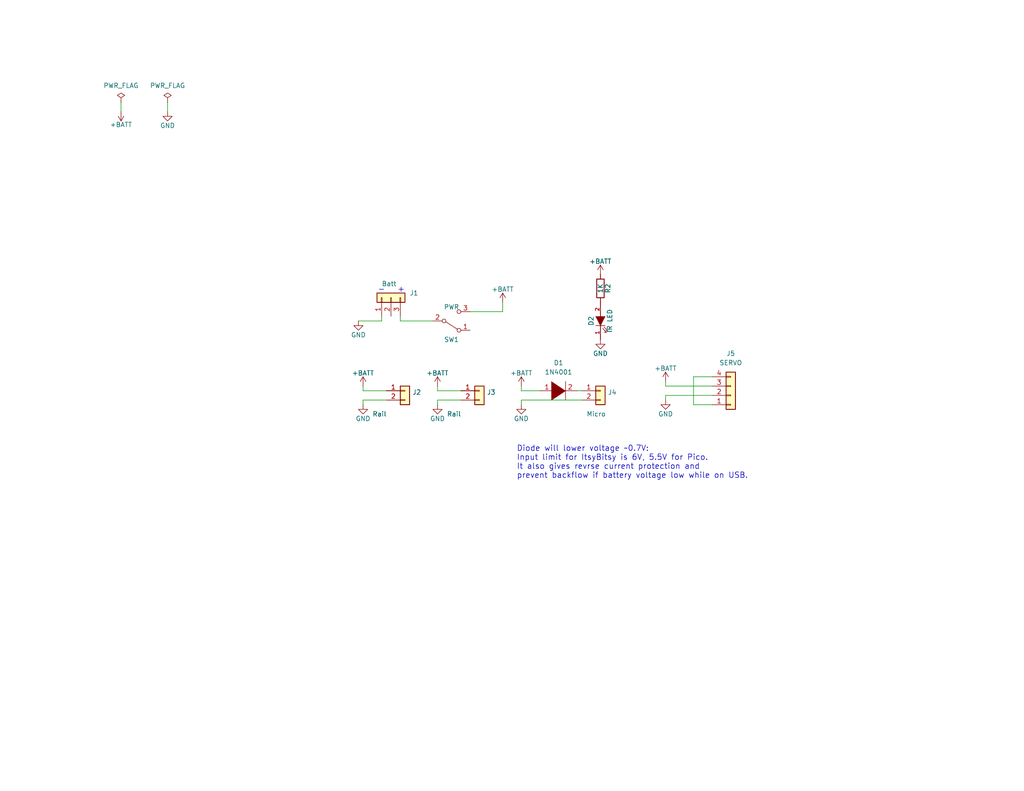
<source format=kicad_sch>
(kicad_sch (version 20211123) (generator eeschema)
  (paper "USLetter")
  (title_block (title "BRDBRD PWR") (date "2023-07-09") (rev "0.1") (company "www.MakersBox.us") (comment 1 "K. Olsen"))
  (lib_symbols
    (symbol "Connector_Generic:Conn_01x02" (pin_names (offset 1.016) hide)
      (property "Reference" "J" (at 0 2.54 0))
      (property "Value" "Conn_01x02" (at 0 -5.08 0))
      (symbol "Conn_01x02_1_1"
        (rectangle (start -1.27 -2.413) (end 0 -2.667) (stroke (width 0.1524)))
        (rectangle (start -1.27 0.127) (end 0 -0.127) (stroke (width 0.1524)))
        (rectangle (start -1.27 1.27) (end 1.27 -3.81) (stroke (width 0.254)) (fill (type background)))
        (pin passive line (at -5.08 0 0) (length 3.81) (name "Pin_1") (number "1"))
        (pin passive line (at -5.08 -2.54 0) (length 3.81) (name "Pin_2") (number "2"))
      )
    )
    (symbol "Connector_Generic:Conn_01x03" (pin_names (offset 1.016) hide)
      (property "Reference" "J" (at 0 5.08 0))
      (property "Value" "Conn_01x03" (at 0 -5.08 0))
      (symbol "Conn_01x03_1_1"
        (rectangle (start -1.27 -2.413) (end 0 -2.667) (stroke (width 0.1524)))
        (rectangle (start -1.27 0.127) (end 0 -0.127) (stroke (width 0.1524)))
        (rectangle (start -1.27 2.667) (end 0 2.413) (stroke (width 0.1524)))
        (rectangle (start -1.27 3.81) (end 1.27 -3.81) (stroke (width 0.254)) (fill (type background)))
        (pin passive line (at -5.08 2.54 0) (length 3.81) (name "Pin_1") (number "1"))
        (pin passive line (at -5.08 0 0) (length 3.81) (name "Pin_2") (number "2"))
        (pin passive line (at -5.08 -2.54 0) (length 3.81) (name "Pin_3") (number "3"))
      )
    )
    (symbol "Connector_Generic:Conn_01x04" (pin_names (offset 1.016) hide)
      (property "Reference" "J" (at 0 5.08 0))
      (property "Value" "Conn_01x04" (at 0 -7.62 0))
      (symbol "Conn_01x04_1_1"
        (rectangle (start -1.27 -4.953) (end 0 -5.207) (stroke (width 0.1524)))
        (rectangle (start -1.27 -2.413) (end 0 -2.667) (stroke (width 0.1524)))
        (rectangle (start -1.27 0.127) (end 0 -0.127) (stroke (width 0.1524)))
        (rectangle (start -1.27 2.667) (end 0 2.413) (stroke (width 0.1524)))
        (rectangle (start -1.27 3.81) (end 1.27 -6.35) (stroke (width 0.254)) (fill (type background)))
        (pin passive line (at -5.08 2.54 0) (length 3.81) (name "Pin_1") (number "1"))
        (pin passive line (at -5.08 0 0) (length 3.81) (name "Pin_2") (number "2"))
        (pin passive line (at -5.08 -2.54 0) (length 3.81) (name "Pin_3") (number "3"))
        (pin passive line (at -5.08 -5.08 0) (length 3.81) (name "Pin_4") (number "4"))
      )
    )
    (symbol "Switch:SW_SPDT" (pin_names (offset 0) hide)
      (property "Reference" "SW" (at 0 4.318 0))
      (property "Value" "SW_SPDT" (at 0 -5.08 0))
      (symbol "SW_SPDT_0_0"
        (circle (center -2.032 0) (radius 0.508))
        (circle (center 2.032 -2.54) (radius 0.508))
      )
      (symbol "SW_SPDT_0_1"
        (polyline (pts (xy -1.524 0.254) (xy 1.651 2.286)))
        (circle (center 2.032 2.54) (radius 0.508))
      )
      (symbol "SW_SPDT_1_1"
        (pin passive line (at 5.08 2.54 180) (length 2.54) (name "A") (number "1"))
        (pin passive line (at -5.08 0 0) (length 2.54) (name "B") (number "2"))
        (pin passive line (at 5.08 -2.54 180) (length 2.54) (name "C") (number "3"))
      )
    )
    (symbol "project:Device_R" (pin_numbers hide) (pin_names (offset 0))
      (property "Reference" "R" (at 2.032 0 90))
      (property "Value" "Device_R" (at 0 0 90))
      (symbol "Device_R_0_1"
        (rectangle (start -1.016 -2.54) (end 1.016 2.54) (stroke (width 0.254)))
      )
      (symbol "Device_R_1_1"
        (pin passive line (at 0 3.81 270) (length 1.27) (name "~") (number "1"))
        (pin passive line (at 0 -3.81 90) (length 1.27) (name "~") (number "2"))
      )
    )
    (symbol "project:base-rescue_LED-RESCUE-base" (pin_names (offset 1.016) hide)
      (property "Reference" "D" (at 0 2.54 0))
      (property "Value" "base-rescue_LED-RESCUE-base" (at 0 -2.54 0))
      (symbol "base-rescue_LED-RESCUE-base_0_1"
        (polyline (pts (xy -1.27 1.27) (xy -1.27 -1.27)))
        (polyline (pts (xy -2.032 -0.635) (xy -3.175 -1.651) (xy -3.048 -1.016)))
        (polyline (pts (xy -1.651 -1.016) (xy -2.794 -2.032) (xy -2.667 -1.397)))
        (polyline (pts (xy 1.27 1.27) (xy -1.27 0) (xy 1.27 -1.27)) (fill (type outline)))
      )
      (symbol "base-rescue_LED-RESCUE-base_1_1"
        (pin passive line (at -5.08 0 0) (length 3.81) (name "K") (number "1"))
        (pin passive line (at 5.08 0 180) (length 3.81) (name "A") (number "2"))
      )
    )
    (symbol "project:power_+BATT" (power) (pin_names (offset 0))
      (property "Value" "power_+BATT" (at 0 3.556 0))
      (symbol "power_+BATT_0_1"
        (polyline (pts (xy -0.762 1.27) (xy 0 2.54)))
        (polyline (pts (xy 0 0) (xy 0 2.54)))
        (polyline (pts (xy 0 2.54) (xy 0.762 1.27)))
      )
      (symbol "power_+BATT_1_1"
        (pin power_in line (at 0 0 90) (length 0) hide (name "+BATT") (number "1"))
      )
    )
    (symbol "project:power_GND" (power) (pin_names (offset 0))
      (property "Value" "power_GND" (at 0 -3.81 0))
      (symbol "power_GND_0_1"
        (polyline (pts (xy 0 0) (xy 0 -1.27) (xy 1.27 -1.27) (xy 0 -2.54) (xy -1.27 -1.27) (xy 0 -1.27)))
      )
      (symbol "power_GND_1_1"
        (pin power_in line (at 0 0 270) (length 0) hide (name "GND") (number "1"))
      )
    )
    (symbol "project:power_PWR_FLAG" (power) (pin_numbers hide) (pin_names (offset 0) hide)
      (property "Value" "power_PWR_FLAG" (at 0 3.81 0))
      (symbol "power_PWR_FLAG_0_0"
        (pin power_out line (at 0 0 90) (length 0) (name "pwr") (number "1"))
      )
      (symbol "power_PWR_FLAG_0_1"
        (polyline (pts (xy 0 0) (xy 0 1.27) (xy -1.016 1.905) (xy 0 2.54) (xy 1.016 1.905) (xy 0 1.27)))
      )
    )
    (symbol "pspice:DIODE" (pin_names (offset 1.016) hide)
      (property "Reference" "D" (at 0 3.81 0))
      (property "Value" "DIODE" (at 0 -4.445 0))
      (symbol "DIODE_0_1"
        (polyline (pts (xy 1.905 2.54) (xy 1.905 -2.54)))
        (polyline (pts (xy -1.905 2.54) (xy -1.905 -2.54) (xy 1.905 0)) (fill (type outline)))
      )
      (symbol "DIODE_1_1"
        (pin input line (at -5.08 0 0) (length 3.81) (name "K") (number "1"))
        (pin input line (at 5.08 0 180) (length 3.81) (name "A") (number "2"))
      )
    )
  )
  (wire (pts (xy 119.38 106.68) (xy 125.73 106.68)))
  (wire (pts (xy 181.61 105.41) (xy 194.31 105.41)))
  (wire (pts (xy 97.79 87.63) (xy 104.14 87.63)))
  (wire (pts (xy 181.61 107.95) (xy 181.61 109.22)))
  (wire (pts (xy 189.23 102.87) (xy 189.23 110.49)))
  (wire (pts (xy 119.38 105.41) (xy 119.38 106.68)))
  (wire (pts (xy 99.06 109.22) (xy 105.41 109.22)))
  (wire (pts (xy 142.24 109.22) (xy 142.24 110.49)))
  (wire (pts (xy 119.38 109.22) (xy 125.73 109.22)))
  (wire (pts (xy 99.06 105.41) (xy 99.06 106.68)))
  (wire (pts (xy 142.24 106.68) (xy 147.32 106.68)))
  (wire (pts (xy 104.14 87.63) (xy 104.14 86.36)))
  (wire (pts (xy 181.61 107.95) (xy 194.31 107.95)))
  (wire (pts (xy 157.48 106.68) (xy 158.75 106.68)))
  (wire (pts (xy 128.27 85.09) (xy 137.16 85.09)))
  (wire (pts (xy 189.23 110.49) (xy 194.31 110.49)))
  (wire (pts (xy 109.22 87.63) (xy 109.22 86.36)))
  (wire (pts (xy 194.31 102.87) (xy 189.23 102.87)))
  (wire (pts (xy 45.72 27.94) (xy 45.72 30.48)))
  (wire (pts (xy 181.61 104.14) (xy 181.61 105.41)))
  (wire (pts (xy 119.38 109.22) (xy 119.38 110.49)))
  (wire (pts (xy 99.06 109.22) (xy 99.06 110.49)))
  (wire (pts (xy 33.02 27.94) (xy 33.02 30.48)))
  (wire (pts (xy 137.16 82.55) (xy 137.16 85.09)))
  (wire (pts (xy 142.24 105.41) (xy 142.24 106.68)))
  (wire (pts (xy 109.22 87.63) (xy 118.11 87.63)))
  (wire (pts (xy 99.06 106.68) (xy 105.41 106.68)))
  (wire (pts (xy 142.24 109.22) (xy 158.75 109.22)))
  (text "Diode will lower voltage ~0.7V:\nInput limit for ItsyBitsy is 6V, 5.5V for Pico.\nIt also gives revrse current protection and\nprevent backflow if battery voltage low while on USB." (at 140.97 130.81 0) (effects (font (size 1.524 1.524)) (justify left bottom)))
  (text "-   +" (at 110.49 80.01 180) (effects (font (size 1.524 1.524)) (justify right bottom)))
  (symbol (lib_id "project:power_PWR_FLAG") (at 33.02 27.94 0) (unit 1)
    (property "Reference" "#FLG01" (effects hide))
    (property "Value" "PWR_FLAG" (at 33.02 23.368 0))
  )
  (symbol (lib_id "project:power_PWR_FLAG") (at 45.72 27.94 0) (unit 1)
    (property "Reference" "#FLG02" (effects hide))
    (property "Value" "PWR_FLAG" (at 45.72 23.368 0))
  )
  (symbol (lib_id "project:power_GND") (at 45.72 30.48 0) (unit 1)
    (property "Reference" "#PWR03" (effects hide))
    (property "Value" "GND" (at 45.72 34.29 0))
  )
  (symbol (lib_id "project:power_+BATT") (at 33.02 30.48 180) (unit 1)
    (property "Reference" "#PWR04" (effects hide))
    (property "Value" "+BATT" (at 33.02 34.036 0))
  )
  (symbol (lib_id "project:power_GND") (at 97.79 87.63 0) (unit 1)
    (property "Reference" "#PWR09" (effects hide))
    (property "Value" "GND" (at 97.79 91.44 0))
  )
  (symbol (lib_id "project:base-rescue_LED-RESCUE-base") (at 163.83 87.63 90) (unit 1)
    (property "Reference" "D2" (at 161.29 87.63 0))
    (property "Value" "IR LED" (at 166.37 87.63 0))
    (property "Footprint" "LED_THT:LED_D3.0mm" (effects hide))
  )
  (symbol (lib_id "project:Device_R") (at 163.83 78.74 0) (unit 1)
    (property "Reference" "R2" (at 165.862 78.74 90))
    (property "Value" "1K" (at 163.83 78.74 90))
    (property "Footprint" "footprints:Resistor_Horz" (effects hide))
  )
  (symbol (lib_id "project:power_+BATT") (at 99.06 105.41 0) (unit 1)
    (property "Reference" "#PWR0104" (effects hide))
    (property "Value" "+BATT" (at 99.06 101.854 0))
  )
  (symbol (lib_id "pspice:DIODE") (at 152.4 106.68 0) (unit 1)
    (property "Reference" "D1" (at 152.4 99.06 0))
    (property "Value" "1N4001" (at 152.4 101.6 0))
    (property "Footprint" "Diode_THT:D_DO-34_SOD68_P7.62mm_Horizontal" (effects hide))
  )
  (symbol (lib_id "Connector_Generic:Conn_01x02") (at 163.83 106.68 0) (unit 1)
    (property "Reference" "J4" (at 165.862 107.1118 0) (effects (justify left)))
    (property "Value" "Micro" (at 160.02 113.03 0) (effects (justify left)))
    (property "Footprint" "footprints:PinHeader_1x02_P2.54mm_Vertical" (effects hide))
  )
  (symbol (lib_id "project:power_+BATT") (at 142.24 105.41 0) (unit 1)
    (property "Reference" "#PWR0106" (effects hide))
    (property "Value" "+BATT" (at 142.24 101.854 0))
  )
  (symbol (lib_id "project:power_GND") (at 181.61 109.22 0) (unit 1)
    (property "Reference" "#PWR0111" (effects hide))
    (property "Value" "GND" (at 181.61 113.03 0))
  )
  (symbol (lib_id "Connector_Generic:Conn_01x02") (at 110.49 106.68 0) (unit 1)
    (property "Reference" "J2" (at 112.522 107.1118 0) (effects (justify left)))
    (property "Value" "Rail" (at 101.6 113.03 0) (effects (justify left)))
    (property "Footprint" "footprints:PinHeader_1x02_P2.54mm_Vertical" (effects hide))
  )
  (symbol (lib_id "project:power_GND") (at 119.38 110.49 0) (unit 1)
    (property "Reference" "#PWR0108" (effects hide))
    (property "Value" "GND" (at 119.38 114.3 0))
  )
  (symbol (lib_id "project:power_GND") (at 99.06 110.49 0) (unit 1)
    (property "Reference" "#PWR0103" (effects hide))
    (property "Value" "GND" (at 99.06 114.3 0))
  )
  (symbol (lib_id "Connector_Generic:Conn_01x03") (at 106.68 81.28 90) (unit 1)
    (property "Reference" "J1" (at 111.76 80.0099 90) (effects (justify right)))
    (property "Value" "Batt" (at 104.14 77.47 90) (effects (justify right)))
    (property "Footprint" "TerminalBlock_Phoenix:TerminalBlock_Phoenix_PT-1,5-3-3.5-H_1x03_P3.50mm_Horizontal" (effects hide))
  )
  (symbol (lib_id "Connector_Generic:Conn_01x02") (at 130.81 106.68 0) (unit 1)
    (property "Reference" "J3" (at 132.842 107.1118 0) (effects (justify left)))
    (property "Value" "Rail" (at 121.92 113.03 0) (effects (justify left)))
    (property "Footprint" "footprints:PinHeader_1x02_P2.54mm_Vertical" (effects hide))
  )
  (symbol (lib_id "project:power_GND") (at 142.24 110.49 0) (unit 1)
    (property "Reference" "#PWR0107" (effects hide))
    (property "Value" "GND" (at 142.24 114.3 0))
  )
  (symbol (lib_id "project:power_+BATT") (at 119.38 105.41 0) (unit 1)
    (property "Reference" "#PWR0109" (effects hide))
    (property "Value" "+BATT" (at 119.38 101.854 0))
  )
  (symbol (lib_id "project:power_GND") (at 163.83 92.71 0) (unit 1)
    (property "Reference" "#PWR0105" (effects hide))
    (property "Value" "GND" (at 163.83 96.52 0))
  )
  (symbol (lib_id "Switch:SW_SPDT") (at 123.19 87.63 0) (mirror x) (unit 1)
    (property "Reference" "SW1" (at 123.19 92.71 0))
    (property "Value" "PWR" (at 123.19 83.82 0))
    (property "Footprint" "footprints:SW_Micro_SPST" (effects hide))
  )
  (symbol (lib_id "project:power_+BATT") (at 163.83 74.93 0) (unit 1)
    (property "Reference" "#PWR0102" (effects hide))
    (property "Value" "+BATT" (at 163.83 71.374 0))
  )
  (symbol (lib_id "Connector_Generic:Conn_01x04") (at 199.39 107.95 0) (mirror x) (unit 1)
    (property "Reference" "J5" (at 199.39 96.52 0))
    (property "Value" "SERVO" (at 199.39 99.06 0))
    (property "Footprint" "Connector_PinHeader_2.54mm:PinHeader_1x04_P2.54mm_Vertical" (effects hide))
  )
  (symbol (lib_id "project:power_+BATT") (at 137.16 82.55 0) (unit 1)
    (property "Reference" "#PWR0101" (effects hide))
    (property "Value" "+BATT" (at 137.16 78.994 0))
  )
  (symbol (lib_id "project:power_+BATT") (at 181.61 104.14 0) (unit 1)
    (property "Reference" "#PWR0110" (effects hide))
    (property "Value" "+BATT" (at 181.61 100.584 0))
  )
)
</source>
